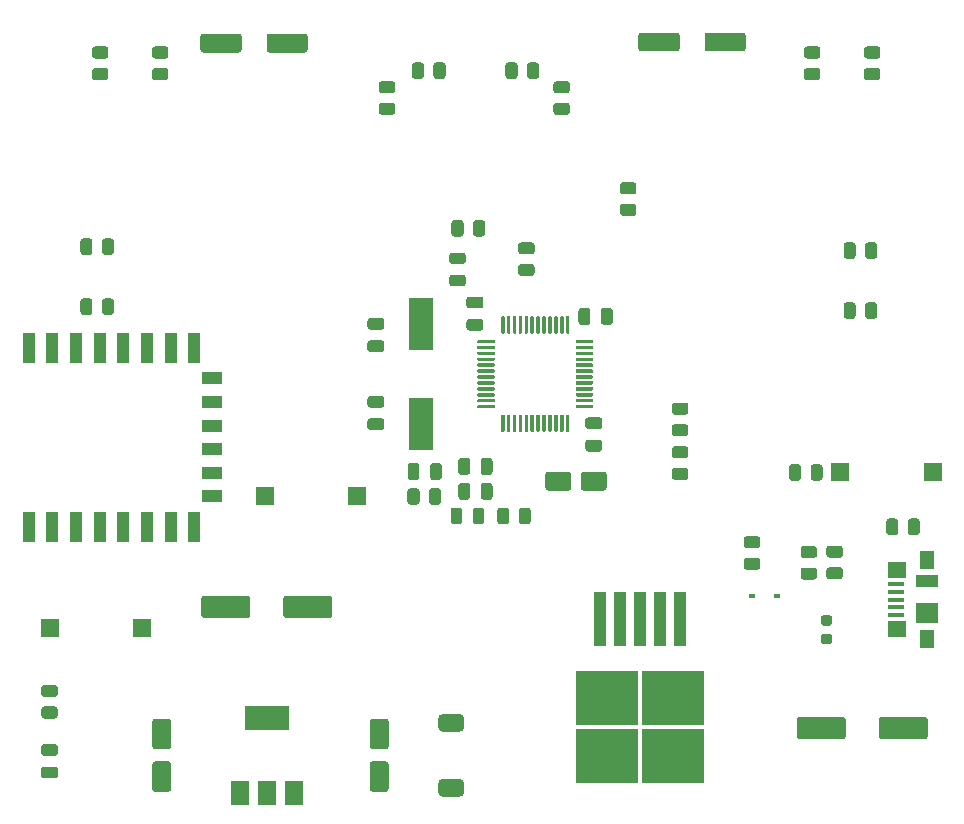
<source format=gbr>
%TF.GenerationSoftware,KiCad,Pcbnew,5.1.9*%
%TF.CreationDate,2021-04-09T15:13:00-03:00*%
%TF.ProjectId,Autito Microcontroladores,41757469-746f-4204-9d69-63726f636f6e,rev?*%
%TF.SameCoordinates,Original*%
%TF.FileFunction,Paste,Top*%
%TF.FilePolarity,Positive*%
%FSLAX46Y46*%
G04 Gerber Fmt 4.6, Leading zero omitted, Abs format (unit mm)*
G04 Created by KiCad (PCBNEW 5.1.9) date 2021-04-09 15:13:00*
%MOMM*%
%LPD*%
G01*
G04 APERTURE LIST*
%ADD10R,0.600000X0.450000*%
%ADD11R,1.380000X0.450000*%
%ADD12R,1.550000X1.425000*%
%ADD13R,1.300000X1.650000*%
%ADD14R,1.900000X1.800000*%
%ADD15R,1.900000X1.000000*%
%ADD16R,1.500000X1.500000*%
%ADD17R,1.000000X2.500000*%
%ADD18R,1.800000X1.000000*%
%ADD19R,1.100000X4.600000*%
%ADD20R,5.250000X4.550000*%
%ADD21R,1.500000X2.000000*%
%ADD22R,3.800000X2.000000*%
%ADD23R,2.000000X4.500000*%
G04 APERTURE END LIST*
%TO.C,C1*%
G36*
G01*
X127276000Y-46798320D02*
X127276000Y-45698320D01*
G75*
G02*
X127526000Y-45448320I250000J0D01*
G01*
X130526000Y-45448320D01*
G75*
G02*
X130776000Y-45698320I0J-250000D01*
G01*
X130776000Y-46798320D01*
G75*
G02*
X130526000Y-47048320I-250000J0D01*
G01*
X127526000Y-47048320D01*
G75*
G02*
X127276000Y-46798320I0J250000D01*
G01*
G37*
G36*
G01*
X132876000Y-46798320D02*
X132876000Y-45698320D01*
G75*
G02*
X133126000Y-45448320I250000J0D01*
G01*
X136126000Y-45448320D01*
G75*
G02*
X136376000Y-45698320I0J-250000D01*
G01*
X136376000Y-46798320D01*
G75*
G02*
X136126000Y-47048320I-250000J0D01*
G01*
X133126000Y-47048320D01*
G75*
G02*
X132876000Y-46798320I0J250000D01*
G01*
G37*
%TD*%
%TO.C,C2*%
G36*
G01*
X169960000Y-46701800D02*
X169960000Y-45601800D01*
G75*
G02*
X170210000Y-45351800I250000J0D01*
G01*
X173210000Y-45351800D01*
G75*
G02*
X173460000Y-45601800I0J-250000D01*
G01*
X173460000Y-46701800D01*
G75*
G02*
X173210000Y-46951800I-250000J0D01*
G01*
X170210000Y-46951800D01*
G75*
G02*
X169960000Y-46701800I0J250000D01*
G01*
G37*
G36*
G01*
X164360000Y-46701800D02*
X164360000Y-45601800D01*
G75*
G02*
X164610000Y-45351800I250000J0D01*
G01*
X167610000Y-45351800D01*
G75*
G02*
X167860000Y-45601800I0J-250000D01*
G01*
X167860000Y-46701800D01*
G75*
G02*
X167610000Y-46951800I-250000J0D01*
G01*
X164610000Y-46951800D01*
G75*
G02*
X164360000Y-46701800I0J250000D01*
G01*
G37*
%TD*%
%TO.C,C3*%
G36*
G01*
X114028200Y-105600800D02*
X114978200Y-105600800D01*
G75*
G02*
X115228200Y-105850800I0J-250000D01*
G01*
X115228200Y-106350800D01*
G75*
G02*
X114978200Y-106600800I-250000J0D01*
G01*
X114028200Y-106600800D01*
G75*
G02*
X113778200Y-106350800I0J250000D01*
G01*
X113778200Y-105850800D01*
G75*
G02*
X114028200Y-105600800I250000J0D01*
G01*
G37*
G36*
G01*
X114028200Y-107500800D02*
X114978200Y-107500800D01*
G75*
G02*
X115228200Y-107750800I0J-250000D01*
G01*
X115228200Y-108250800D01*
G75*
G02*
X114978200Y-108500800I-250000J0D01*
G01*
X114028200Y-108500800D01*
G75*
G02*
X113778200Y-108250800I0J250000D01*
G01*
X113778200Y-107750800D01*
G75*
G02*
X114028200Y-107500800I250000J0D01*
G01*
G37*
%TD*%
%TO.C,C4*%
G36*
G01*
X160103800Y-79832100D02*
X161053800Y-79832100D01*
G75*
G02*
X161303800Y-80082100I0J-250000D01*
G01*
X161303800Y-80582100D01*
G75*
G02*
X161053800Y-80832100I-250000J0D01*
G01*
X160103800Y-80832100D01*
G75*
G02*
X159853800Y-80582100I0J250000D01*
G01*
X159853800Y-80082100D01*
G75*
G02*
X160103800Y-79832100I250000J0D01*
G01*
G37*
G36*
G01*
X160103800Y-77932100D02*
X161053800Y-77932100D01*
G75*
G02*
X161303800Y-78182100I0J-250000D01*
G01*
X161303800Y-78682100D01*
G75*
G02*
X161053800Y-78932100I-250000J0D01*
G01*
X160103800Y-78932100D01*
G75*
G02*
X159853800Y-78682100I0J250000D01*
G01*
X159853800Y-78182100D01*
G75*
G02*
X160103800Y-77932100I250000J0D01*
G01*
G37*
%TD*%
%TO.C,C5*%
G36*
G01*
X152014100Y-81617800D02*
X152014100Y-82567800D01*
G75*
G02*
X151764100Y-82817800I-250000J0D01*
G01*
X151264100Y-82817800D01*
G75*
G02*
X151014100Y-82567800I0J250000D01*
G01*
X151014100Y-81617800D01*
G75*
G02*
X151264100Y-81367800I250000J0D01*
G01*
X151764100Y-81367800D01*
G75*
G02*
X152014100Y-81617800I0J-250000D01*
G01*
G37*
G36*
G01*
X150114100Y-81617800D02*
X150114100Y-82567800D01*
G75*
G02*
X149864100Y-82817800I-250000J0D01*
G01*
X149364100Y-82817800D01*
G75*
G02*
X149114100Y-82567800I0J250000D01*
G01*
X149114100Y-81617800D01*
G75*
G02*
X149364100Y-81367800I250000J0D01*
G01*
X149864100Y-81367800D01*
G75*
G02*
X150114100Y-81617800I0J-250000D01*
G01*
G37*
%TD*%
%TO.C,C6*%
G36*
G01*
X152014100Y-83726000D02*
X152014100Y-84676000D01*
G75*
G02*
X151764100Y-84926000I-250000J0D01*
G01*
X151264100Y-84926000D01*
G75*
G02*
X151014100Y-84676000I0J250000D01*
G01*
X151014100Y-83726000D01*
G75*
G02*
X151264100Y-83476000I250000J0D01*
G01*
X151764100Y-83476000D01*
G75*
G02*
X152014100Y-83726000I0J-250000D01*
G01*
G37*
G36*
G01*
X150114100Y-83726000D02*
X150114100Y-84676000D01*
G75*
G02*
X149864100Y-84926000I-250000J0D01*
G01*
X149364100Y-84926000D01*
G75*
G02*
X149114100Y-84676000I0J250000D01*
G01*
X149114100Y-83726000D01*
G75*
G02*
X149364100Y-83476000I250000J0D01*
G01*
X149864100Y-83476000D01*
G75*
G02*
X150114100Y-83726000I0J-250000D01*
G01*
G37*
%TD*%
%TO.C,C7*%
G36*
G01*
X159288300Y-69867800D02*
X159288300Y-68917800D01*
G75*
G02*
X159538300Y-68667800I250000J0D01*
G01*
X160038300Y-68667800D01*
G75*
G02*
X160288300Y-68917800I0J-250000D01*
G01*
X160288300Y-69867800D01*
G75*
G02*
X160038300Y-70117800I-250000J0D01*
G01*
X159538300Y-70117800D01*
G75*
G02*
X159288300Y-69867800I0J250000D01*
G01*
G37*
G36*
G01*
X161188300Y-69867800D02*
X161188300Y-68917800D01*
G75*
G02*
X161438300Y-68667800I250000J0D01*
G01*
X161938300Y-68667800D01*
G75*
G02*
X162188300Y-68917800I0J-250000D01*
G01*
X162188300Y-69867800D01*
G75*
G02*
X161938300Y-70117800I-250000J0D01*
G01*
X161438300Y-70117800D01*
G75*
G02*
X161188300Y-69867800I0J250000D01*
G01*
G37*
%TD*%
%TO.C,C8*%
G36*
G01*
X150995400Y-68707100D02*
X150045400Y-68707100D01*
G75*
G02*
X149795400Y-68457100I0J250000D01*
G01*
X149795400Y-67957100D01*
G75*
G02*
X150045400Y-67707100I250000J0D01*
G01*
X150995400Y-67707100D01*
G75*
G02*
X151245400Y-67957100I0J-250000D01*
G01*
X151245400Y-68457100D01*
G75*
G02*
X150995400Y-68707100I-250000J0D01*
G01*
G37*
G36*
G01*
X150995400Y-70607100D02*
X150045400Y-70607100D01*
G75*
G02*
X149795400Y-70357100I0J250000D01*
G01*
X149795400Y-69857100D01*
G75*
G02*
X150045400Y-69607100I250000J0D01*
G01*
X150995400Y-69607100D01*
G75*
G02*
X151245400Y-69857100I0J-250000D01*
G01*
X151245400Y-70357100D01*
G75*
G02*
X150995400Y-70607100I-250000J0D01*
G01*
G37*
%TD*%
%TO.C,C9*%
G36*
G01*
X161680200Y-82787400D02*
X161680200Y-83887400D01*
G75*
G02*
X161430200Y-84137400I-250000J0D01*
G01*
X159730200Y-84137400D01*
G75*
G02*
X159480200Y-83887400I0J250000D01*
G01*
X159480200Y-82787400D01*
G75*
G02*
X159730200Y-82537400I250000J0D01*
G01*
X161430200Y-82537400D01*
G75*
G02*
X161680200Y-82787400I0J-250000D01*
G01*
G37*
G36*
G01*
X158680200Y-82787400D02*
X158680200Y-83887400D01*
G75*
G02*
X158430200Y-84137400I-250000J0D01*
G01*
X156730200Y-84137400D01*
G75*
G02*
X156480200Y-83887400I0J250000D01*
G01*
X156480200Y-82787400D01*
G75*
G02*
X156730200Y-82537400I250000J0D01*
G01*
X158430200Y-82537400D01*
G75*
G02*
X158680200Y-82787400I0J-250000D01*
G01*
G37*
%TD*%
%TO.C,C10*%
G36*
G01*
X142613400Y-77119600D02*
X141663400Y-77119600D01*
G75*
G02*
X141413400Y-76869600I0J250000D01*
G01*
X141413400Y-76369600D01*
G75*
G02*
X141663400Y-76119600I250000J0D01*
G01*
X142613400Y-76119600D01*
G75*
G02*
X142863400Y-76369600I0J-250000D01*
G01*
X142863400Y-76869600D01*
G75*
G02*
X142613400Y-77119600I-250000J0D01*
G01*
G37*
G36*
G01*
X142613400Y-79019600D02*
X141663400Y-79019600D01*
G75*
G02*
X141413400Y-78769600I0J250000D01*
G01*
X141413400Y-78269600D01*
G75*
G02*
X141663400Y-78019600I250000J0D01*
G01*
X142613400Y-78019600D01*
G75*
G02*
X142863400Y-78269600I0J-250000D01*
G01*
X142863400Y-78769600D01*
G75*
G02*
X142613400Y-79019600I-250000J0D01*
G01*
G37*
%TD*%
%TO.C,C11*%
G36*
G01*
X141663400Y-69519600D02*
X142613400Y-69519600D01*
G75*
G02*
X142863400Y-69769600I0J-250000D01*
G01*
X142863400Y-70269600D01*
G75*
G02*
X142613400Y-70519600I-250000J0D01*
G01*
X141663400Y-70519600D01*
G75*
G02*
X141413400Y-70269600I0J250000D01*
G01*
X141413400Y-69769600D01*
G75*
G02*
X141663400Y-69519600I250000J0D01*
G01*
G37*
G36*
G01*
X141663400Y-71419600D02*
X142613400Y-71419600D01*
G75*
G02*
X142863400Y-71669600I0J-250000D01*
G01*
X142863400Y-72169600D01*
G75*
G02*
X142613400Y-72419600I-250000J0D01*
G01*
X141663400Y-72419600D01*
G75*
G02*
X141413400Y-72169600I0J250000D01*
G01*
X141413400Y-71669600D01*
G75*
G02*
X141663400Y-71419600I250000J0D01*
G01*
G37*
%TD*%
%TO.C,C12*%
G36*
G01*
X146718400Y-82999600D02*
X146718400Y-82049600D01*
G75*
G02*
X146968400Y-81799600I250000J0D01*
G01*
X147468400Y-81799600D01*
G75*
G02*
X147718400Y-82049600I0J-250000D01*
G01*
X147718400Y-82999600D01*
G75*
G02*
X147468400Y-83249600I-250000J0D01*
G01*
X146968400Y-83249600D01*
G75*
G02*
X146718400Y-82999600I0J250000D01*
G01*
G37*
G36*
G01*
X144818400Y-82999600D02*
X144818400Y-82049600D01*
G75*
G02*
X145068400Y-81799600I250000J0D01*
G01*
X145568400Y-81799600D01*
G75*
G02*
X145818400Y-82049600I0J-250000D01*
G01*
X145818400Y-82999600D01*
G75*
G02*
X145568400Y-83249600I-250000J0D01*
G01*
X145068400Y-83249600D01*
G75*
G02*
X144818400Y-82999600I0J250000D01*
G01*
G37*
%TD*%
%TO.C,C13*%
G36*
G01*
X177757600Y-104941600D02*
X177757600Y-103541600D01*
G75*
G02*
X178007600Y-103291600I250000J0D01*
G01*
X181657600Y-103291600D01*
G75*
G02*
X181907600Y-103541600I0J-250000D01*
G01*
X181907600Y-104941600D01*
G75*
G02*
X181657600Y-105191600I-250000J0D01*
G01*
X178007600Y-105191600D01*
G75*
G02*
X177757600Y-104941600I0J250000D01*
G01*
G37*
G36*
G01*
X184707600Y-104941600D02*
X184707600Y-103541600D01*
G75*
G02*
X184957600Y-103291600I250000J0D01*
G01*
X188607600Y-103291600D01*
G75*
G02*
X188857600Y-103541600I0J-250000D01*
G01*
X188857600Y-104941600D01*
G75*
G02*
X188607600Y-105191600I-250000J0D01*
G01*
X184957600Y-105191600D01*
G75*
G02*
X184707600Y-104941600I0J250000D01*
G01*
G37*
%TD*%
%TO.C,C14*%
G36*
G01*
X131492800Y-93280000D02*
X131492800Y-94680000D01*
G75*
G02*
X131242800Y-94930000I-250000J0D01*
G01*
X127592800Y-94930000D01*
G75*
G02*
X127342800Y-94680000I0J250000D01*
G01*
X127342800Y-93280000D01*
G75*
G02*
X127592800Y-93030000I250000J0D01*
G01*
X131242800Y-93030000D01*
G75*
G02*
X131492800Y-93280000I0J-250000D01*
G01*
G37*
G36*
G01*
X138442800Y-93280000D02*
X138442800Y-94680000D01*
G75*
G02*
X138192800Y-94930000I-250000J0D01*
G01*
X134542800Y-94930000D01*
G75*
G02*
X134292800Y-94680000I0J250000D01*
G01*
X134292800Y-93280000D01*
G75*
G02*
X134542800Y-93030000I250000J0D01*
G01*
X138192800Y-93030000D01*
G75*
G02*
X138442800Y-93280000I0J-250000D01*
G01*
G37*
%TD*%
%TO.C,C15*%
G36*
G01*
X141867800Y-103453000D02*
X142967800Y-103453000D01*
G75*
G02*
X143217800Y-103703000I0J-250000D01*
G01*
X143217800Y-105803000D01*
G75*
G02*
X142967800Y-106053000I-250000J0D01*
G01*
X141867800Y-106053000D01*
G75*
G02*
X141617800Y-105803000I0J250000D01*
G01*
X141617800Y-103703000D01*
G75*
G02*
X141867800Y-103453000I250000J0D01*
G01*
G37*
G36*
G01*
X141867800Y-107053000D02*
X142967800Y-107053000D01*
G75*
G02*
X143217800Y-107303000I0J-250000D01*
G01*
X143217800Y-109403000D01*
G75*
G02*
X142967800Y-109653000I-250000J0D01*
G01*
X141867800Y-109653000D01*
G75*
G02*
X141617800Y-109403000I0J250000D01*
G01*
X141617800Y-107303000D01*
G75*
G02*
X141867800Y-107053000I250000J0D01*
G01*
G37*
%TD*%
%TO.C,C16*%
G36*
G01*
X123452800Y-107053000D02*
X124552800Y-107053000D01*
G75*
G02*
X124802800Y-107303000I0J-250000D01*
G01*
X124802800Y-109403000D01*
G75*
G02*
X124552800Y-109653000I-250000J0D01*
G01*
X123452800Y-109653000D01*
G75*
G02*
X123202800Y-109403000I0J250000D01*
G01*
X123202800Y-107303000D01*
G75*
G02*
X123452800Y-107053000I250000J0D01*
G01*
G37*
G36*
G01*
X123452800Y-103453000D02*
X124552800Y-103453000D01*
G75*
G02*
X124802800Y-103703000I0J-250000D01*
G01*
X124802800Y-105803000D01*
G75*
G02*
X124552800Y-106053000I-250000J0D01*
G01*
X123452800Y-106053000D01*
G75*
G02*
X123202800Y-105803000I0J250000D01*
G01*
X123202800Y-103703000D01*
G75*
G02*
X123452800Y-103453000I250000J0D01*
G01*
G37*
%TD*%
D10*
%TO.C,D1*%
X173981400Y-93040200D03*
X176081400Y-93040200D03*
%TD*%
%TO.C,D2*%
G36*
G01*
X149433100Y-85827550D02*
X149433100Y-86740050D01*
G75*
G02*
X149189350Y-86983800I-243750J0D01*
G01*
X148701850Y-86983800D01*
G75*
G02*
X148458100Y-86740050I0J243750D01*
G01*
X148458100Y-85827550D01*
G75*
G02*
X148701850Y-85583800I243750J0D01*
G01*
X149189350Y-85583800D01*
G75*
G02*
X149433100Y-85827550I0J-243750D01*
G01*
G37*
G36*
G01*
X151308100Y-85827550D02*
X151308100Y-86740050D01*
G75*
G02*
X151064350Y-86983800I-243750J0D01*
G01*
X150576850Y-86983800D01*
G75*
G02*
X150333100Y-86740050I0J243750D01*
G01*
X150333100Y-85827550D01*
G75*
G02*
X150576850Y-85583800I243750J0D01*
G01*
X151064350Y-85583800D01*
G75*
G02*
X151308100Y-85827550I0J-243750D01*
G01*
G37*
%TD*%
%TO.C,D3*%
G36*
G01*
X148590950Y-63982300D02*
X149503450Y-63982300D01*
G75*
G02*
X149747200Y-64226050I0J-243750D01*
G01*
X149747200Y-64713550D01*
G75*
G02*
X149503450Y-64957300I-243750J0D01*
G01*
X148590950Y-64957300D01*
G75*
G02*
X148347200Y-64713550I0J243750D01*
G01*
X148347200Y-64226050D01*
G75*
G02*
X148590950Y-63982300I243750J0D01*
G01*
G37*
G36*
G01*
X148590950Y-65857300D02*
X149503450Y-65857300D01*
G75*
G02*
X149747200Y-66101050I0J-243750D01*
G01*
X149747200Y-66588550D01*
G75*
G02*
X149503450Y-66832300I-243750J0D01*
G01*
X148590950Y-66832300D01*
G75*
G02*
X148347200Y-66588550I0J243750D01*
G01*
X148347200Y-66101050D01*
G75*
G02*
X148590950Y-65857300I243750J0D01*
G01*
G37*
%TD*%
%TO.C,F1*%
G36*
G01*
X180032950Y-94685400D02*
X180545450Y-94685400D01*
G75*
G02*
X180764200Y-94904150I0J-218750D01*
G01*
X180764200Y-95341650D01*
G75*
G02*
X180545450Y-95560400I-218750J0D01*
G01*
X180032950Y-95560400D01*
G75*
G02*
X179814200Y-95341650I0J218750D01*
G01*
X179814200Y-94904150D01*
G75*
G02*
X180032950Y-94685400I218750J0D01*
G01*
G37*
G36*
G01*
X180032950Y-96260400D02*
X180545450Y-96260400D01*
G75*
G02*
X180764200Y-96479150I0J-218750D01*
G01*
X180764200Y-96916650D01*
G75*
G02*
X180545450Y-97135400I-218750J0D01*
G01*
X180032950Y-97135400D01*
G75*
G02*
X179814200Y-96916650I0J218750D01*
G01*
X179814200Y-96479150D01*
G75*
G02*
X180032950Y-96260400I218750J0D01*
G01*
G37*
%TD*%
D11*
%TO.C,J10*%
X186159640Y-94660240D03*
X186159640Y-94010240D03*
X186159640Y-93360240D03*
X186159640Y-92710240D03*
X186159640Y-92060240D03*
D12*
X186244640Y-95847740D03*
X186244640Y-90872740D03*
D13*
X188819640Y-96735240D03*
X188819640Y-89985240D03*
D14*
X188819640Y-94510240D03*
D15*
X188819640Y-91810240D03*
%TD*%
%TO.C,L1*%
G36*
G01*
X147788800Y-108553000D02*
X149238800Y-108553000D01*
G75*
G02*
X149613800Y-108928000I0J-375000D01*
G01*
X149613800Y-109678000D01*
G75*
G02*
X149238800Y-110053000I-375000J0D01*
G01*
X147788800Y-110053000D01*
G75*
G02*
X147413800Y-109678000I0J375000D01*
G01*
X147413800Y-108928000D01*
G75*
G02*
X147788800Y-108553000I375000J0D01*
G01*
G37*
G36*
G01*
X147788800Y-103053000D02*
X149238800Y-103053000D01*
G75*
G02*
X149613800Y-103428000I0J-375000D01*
G01*
X149613800Y-104178000D01*
G75*
G02*
X149238800Y-104553000I-375000J0D01*
G01*
X147788800Y-104553000D01*
G75*
G02*
X147413800Y-104178000I0J375000D01*
G01*
X147413800Y-103428000D01*
G75*
G02*
X147788800Y-103053000I375000J0D01*
G01*
G37*
%TD*%
%TO.C,R13*%
G36*
G01*
X114953201Y-103433300D02*
X114053199Y-103433300D01*
G75*
G02*
X113803200Y-103183301I0J249999D01*
G01*
X113803200Y-102658299D01*
G75*
G02*
X114053199Y-102408300I249999J0D01*
G01*
X114953201Y-102408300D01*
G75*
G02*
X115203200Y-102658299I0J-249999D01*
G01*
X115203200Y-103183301D01*
G75*
G02*
X114953201Y-103433300I-249999J0D01*
G01*
G37*
G36*
G01*
X114953201Y-101608300D02*
X114053199Y-101608300D01*
G75*
G02*
X113803200Y-101358301I0J249999D01*
G01*
X113803200Y-100833299D01*
G75*
G02*
X114053199Y-100583300I249999J0D01*
G01*
X114953201Y-100583300D01*
G75*
G02*
X115203200Y-100833299I0J-249999D01*
G01*
X115203200Y-101358301D01*
G75*
G02*
X114953201Y-101608300I-249999J0D01*
G01*
G37*
%TD*%
%TO.C,R14*%
G36*
G01*
X187168100Y-87648201D02*
X187168100Y-86748199D01*
G75*
G02*
X187418099Y-86498200I249999J0D01*
G01*
X187943101Y-86498200D01*
G75*
G02*
X188193100Y-86748199I0J-249999D01*
G01*
X188193100Y-87648201D01*
G75*
G02*
X187943101Y-87898200I-249999J0D01*
G01*
X187418099Y-87898200D01*
G75*
G02*
X187168100Y-87648201I0J249999D01*
G01*
G37*
G36*
G01*
X185343100Y-87648201D02*
X185343100Y-86748199D01*
G75*
G02*
X185593099Y-86498200I249999J0D01*
G01*
X186118101Y-86498200D01*
G75*
G02*
X186368100Y-86748199I0J-249999D01*
G01*
X186368100Y-87648201D01*
G75*
G02*
X186118101Y-87898200I-249999J0D01*
G01*
X185593099Y-87898200D01*
G75*
G02*
X185343100Y-87648201I0J249999D01*
G01*
G37*
%TD*%
%TO.C,R15*%
G36*
G01*
X180521199Y-88797700D02*
X181421201Y-88797700D01*
G75*
G02*
X181671200Y-89047699I0J-249999D01*
G01*
X181671200Y-89572701D01*
G75*
G02*
X181421201Y-89822700I-249999J0D01*
G01*
X180521199Y-89822700D01*
G75*
G02*
X180271200Y-89572701I0J249999D01*
G01*
X180271200Y-89047699D01*
G75*
G02*
X180521199Y-88797700I249999J0D01*
G01*
G37*
G36*
G01*
X180521199Y-90622700D02*
X181421201Y-90622700D01*
G75*
G02*
X181671200Y-90872699I0J-249999D01*
G01*
X181671200Y-91397701D01*
G75*
G02*
X181421201Y-91647700I-249999J0D01*
G01*
X180521199Y-91647700D01*
G75*
G02*
X180271200Y-91397701I0J249999D01*
G01*
X180271200Y-90872699D01*
G75*
G02*
X180521199Y-90622700I249999J0D01*
G01*
G37*
%TD*%
%TO.C,R16*%
G36*
G01*
X178340599Y-88823100D02*
X179240601Y-88823100D01*
G75*
G02*
X179490600Y-89073099I0J-249999D01*
G01*
X179490600Y-89598101D01*
G75*
G02*
X179240601Y-89848100I-249999J0D01*
G01*
X178340599Y-89848100D01*
G75*
G02*
X178090600Y-89598101I0J249999D01*
G01*
X178090600Y-89073099D01*
G75*
G02*
X178340599Y-88823100I249999J0D01*
G01*
G37*
G36*
G01*
X178340599Y-90648100D02*
X179240601Y-90648100D01*
G75*
G02*
X179490600Y-90898099I0J-249999D01*
G01*
X179490600Y-91423101D01*
G75*
G02*
X179240601Y-91673100I-249999J0D01*
G01*
X178340599Y-91673100D01*
G75*
G02*
X178090600Y-91423101I0J249999D01*
G01*
X178090600Y-90898099D01*
G75*
G02*
X178340599Y-90648100I249999J0D01*
G01*
G37*
%TD*%
%TO.C,R17*%
G36*
G01*
X173531399Y-89809900D02*
X174431401Y-89809900D01*
G75*
G02*
X174681400Y-90059899I0J-249999D01*
G01*
X174681400Y-90584901D01*
G75*
G02*
X174431401Y-90834900I-249999J0D01*
G01*
X173531399Y-90834900D01*
G75*
G02*
X173281400Y-90584901I0J249999D01*
G01*
X173281400Y-90059899D01*
G75*
G02*
X173531399Y-89809900I249999J0D01*
G01*
G37*
G36*
G01*
X173531399Y-87984900D02*
X174431401Y-87984900D01*
G75*
G02*
X174681400Y-88234899I0J-249999D01*
G01*
X174681400Y-88759901D01*
G75*
G02*
X174431401Y-89009900I-249999J0D01*
G01*
X173531399Y-89009900D01*
G75*
G02*
X173281400Y-88759901I0J249999D01*
G01*
X173281400Y-88234899D01*
G75*
G02*
X173531399Y-87984900I249999J0D01*
G01*
G37*
%TD*%
%TO.C,R18*%
G36*
G01*
X168340401Y-83236500D02*
X167440399Y-83236500D01*
G75*
G02*
X167190400Y-82986501I0J249999D01*
G01*
X167190400Y-82461499D01*
G75*
G02*
X167440399Y-82211500I249999J0D01*
G01*
X168340401Y-82211500D01*
G75*
G02*
X168590400Y-82461499I0J-249999D01*
G01*
X168590400Y-82986501D01*
G75*
G02*
X168340401Y-83236500I-249999J0D01*
G01*
G37*
G36*
G01*
X168340401Y-81411500D02*
X167440399Y-81411500D01*
G75*
G02*
X167190400Y-81161501I0J249999D01*
G01*
X167190400Y-80636499D01*
G75*
G02*
X167440399Y-80386500I249999J0D01*
G01*
X168340401Y-80386500D01*
G75*
G02*
X168590400Y-80636499I0J-249999D01*
G01*
X168590400Y-81161501D01*
G75*
G02*
X168340401Y-81411500I-249999J0D01*
G01*
G37*
%TD*%
%TO.C,R19*%
G36*
G01*
X168340401Y-77706900D02*
X167440399Y-77706900D01*
G75*
G02*
X167190400Y-77456901I0J249999D01*
G01*
X167190400Y-76931899D01*
G75*
G02*
X167440399Y-76681900I249999J0D01*
G01*
X168340401Y-76681900D01*
G75*
G02*
X168590400Y-76931899I0J-249999D01*
G01*
X168590400Y-77456901D01*
G75*
G02*
X168340401Y-77706900I-249999J0D01*
G01*
G37*
G36*
G01*
X168340401Y-79531900D02*
X167440399Y-79531900D01*
G75*
G02*
X167190400Y-79281901I0J249999D01*
G01*
X167190400Y-78756899D01*
G75*
G02*
X167440399Y-78506900I249999J0D01*
G01*
X168340401Y-78506900D01*
G75*
G02*
X168590400Y-78756899I0J-249999D01*
G01*
X168590400Y-79281901D01*
G75*
G02*
X168340401Y-79531900I-249999J0D01*
G01*
G37*
%TD*%
%TO.C,R20*%
G36*
G01*
X177113500Y-83050801D02*
X177113500Y-82150799D01*
G75*
G02*
X177363499Y-81900800I249999J0D01*
G01*
X177888501Y-81900800D01*
G75*
G02*
X178138500Y-82150799I0J-249999D01*
G01*
X178138500Y-83050801D01*
G75*
G02*
X177888501Y-83300800I-249999J0D01*
G01*
X177363499Y-83300800D01*
G75*
G02*
X177113500Y-83050801I0J249999D01*
G01*
G37*
G36*
G01*
X178938500Y-83050801D02*
X178938500Y-82150799D01*
G75*
G02*
X179188499Y-81900800I249999J0D01*
G01*
X179713501Y-81900800D01*
G75*
G02*
X179963500Y-82150799I0J-249999D01*
G01*
X179963500Y-83050801D01*
G75*
G02*
X179713501Y-83300800I-249999J0D01*
G01*
X179188499Y-83300800D01*
G75*
G02*
X178938500Y-83050801I0J249999D01*
G01*
G37*
%TD*%
%TO.C,R21*%
G36*
G01*
X163049799Y-59859500D02*
X163949801Y-59859500D01*
G75*
G02*
X164199800Y-60109499I0J-249999D01*
G01*
X164199800Y-60634501D01*
G75*
G02*
X163949801Y-60884500I-249999J0D01*
G01*
X163049799Y-60884500D01*
G75*
G02*
X162799800Y-60634501I0J249999D01*
G01*
X162799800Y-60109499D01*
G75*
G02*
X163049799Y-59859500I249999J0D01*
G01*
G37*
G36*
G01*
X163049799Y-58034500D02*
X163949801Y-58034500D01*
G75*
G02*
X164199800Y-58284499I0J-249999D01*
G01*
X164199800Y-58809501D01*
G75*
G02*
X163949801Y-59059500I-249999J0D01*
G01*
X163049799Y-59059500D01*
G75*
G02*
X162799800Y-58809501I0J249999D01*
G01*
X162799800Y-58284499D01*
G75*
G02*
X163049799Y-58034500I249999J0D01*
G01*
G37*
%TD*%
%TO.C,R22*%
G36*
G01*
X145830900Y-84182799D02*
X145830900Y-85082801D01*
G75*
G02*
X145580901Y-85332800I-249999J0D01*
G01*
X145055899Y-85332800D01*
G75*
G02*
X144805900Y-85082801I0J249999D01*
G01*
X144805900Y-84182799D01*
G75*
G02*
X145055899Y-83932800I249999J0D01*
G01*
X145580901Y-83932800D01*
G75*
G02*
X145830900Y-84182799I0J-249999D01*
G01*
G37*
G36*
G01*
X147655900Y-84182799D02*
X147655900Y-85082801D01*
G75*
G02*
X147405901Y-85332800I-249999J0D01*
G01*
X146880899Y-85332800D01*
G75*
G02*
X146630900Y-85082801I0J249999D01*
G01*
X146630900Y-84182799D01*
G75*
G02*
X146880899Y-83932800I249999J0D01*
G01*
X147405901Y-83932800D01*
G75*
G02*
X147655900Y-84182799I0J-249999D01*
G01*
G37*
%TD*%
%TO.C,R23*%
G36*
G01*
X154224300Y-86733801D02*
X154224300Y-85833799D01*
G75*
G02*
X154474299Y-85583800I249999J0D01*
G01*
X154999301Y-85583800D01*
G75*
G02*
X155249300Y-85833799I0J-249999D01*
G01*
X155249300Y-86733801D01*
G75*
G02*
X154999301Y-86983800I-249999J0D01*
G01*
X154474299Y-86983800D01*
G75*
G02*
X154224300Y-86733801I0J249999D01*
G01*
G37*
G36*
G01*
X152399300Y-86733801D02*
X152399300Y-85833799D01*
G75*
G02*
X152649299Y-85583800I249999J0D01*
G01*
X153174301Y-85583800D01*
G75*
G02*
X153424300Y-85833799I0J-249999D01*
G01*
X153424300Y-86733801D01*
G75*
G02*
X153174301Y-86983800I-249999J0D01*
G01*
X152649299Y-86983800D01*
G75*
G02*
X152399300Y-86733801I0J249999D01*
G01*
G37*
%TD*%
%TO.C,R24*%
G36*
G01*
X155325801Y-65964500D02*
X154425799Y-65964500D01*
G75*
G02*
X154175800Y-65714501I0J249999D01*
G01*
X154175800Y-65189499D01*
G75*
G02*
X154425799Y-64939500I249999J0D01*
G01*
X155325801Y-64939500D01*
G75*
G02*
X155575800Y-65189499I0J-249999D01*
G01*
X155575800Y-65714501D01*
G75*
G02*
X155325801Y-65964500I-249999J0D01*
G01*
G37*
G36*
G01*
X155325801Y-64139500D02*
X154425799Y-64139500D01*
G75*
G02*
X154175800Y-63889501I0J249999D01*
G01*
X154175800Y-63364499D01*
G75*
G02*
X154425799Y-63114500I249999J0D01*
G01*
X155325801Y-63114500D01*
G75*
G02*
X155575800Y-63364499I0J-249999D01*
G01*
X155575800Y-63889501D01*
G75*
G02*
X155325801Y-64139500I-249999J0D01*
G01*
G37*
%TD*%
%TO.C,R25*%
G36*
G01*
X148534700Y-62375201D02*
X148534700Y-61475199D01*
G75*
G02*
X148784699Y-61225200I249999J0D01*
G01*
X149309701Y-61225200D01*
G75*
G02*
X149559700Y-61475199I0J-249999D01*
G01*
X149559700Y-62375201D01*
G75*
G02*
X149309701Y-62625200I-249999J0D01*
G01*
X148784699Y-62625200D01*
G75*
G02*
X148534700Y-62375201I0J249999D01*
G01*
G37*
G36*
G01*
X150359700Y-62375201D02*
X150359700Y-61475199D01*
G75*
G02*
X150609699Y-61225200I249999J0D01*
G01*
X151134701Y-61225200D01*
G75*
G02*
X151384700Y-61475199I0J-249999D01*
G01*
X151384700Y-62375201D01*
G75*
G02*
X151134701Y-62625200I-249999J0D01*
G01*
X150609699Y-62625200D01*
G75*
G02*
X150359700Y-62375201I0J249999D01*
G01*
G37*
%TD*%
D16*
%TO.C,SW1*%
X114503200Y-95758000D03*
X122303200Y-95758000D03*
%TD*%
%TO.C,SW2*%
X189269200Y-82600800D03*
X181469200Y-82600800D03*
%TD*%
%TO.C,SW3*%
X132777400Y-84632800D03*
X140577400Y-84632800D03*
%TD*%
D17*
%TO.C,U3*%
X112755800Y-87229000D03*
X114755800Y-87229000D03*
X116755800Y-87229000D03*
X118755800Y-87229000D03*
X120755800Y-87229000D03*
X122755800Y-87229000D03*
X124755800Y-87229000D03*
X126755800Y-87229000D03*
D18*
X128255800Y-84629000D03*
X128255800Y-82629000D03*
X128255800Y-80629000D03*
X128255800Y-78629000D03*
X128255800Y-76629000D03*
X128255800Y-74629000D03*
D17*
X126755800Y-72029000D03*
X124755800Y-72029000D03*
X122755800Y-72029000D03*
X120755800Y-72029000D03*
X118755800Y-72029000D03*
X116755800Y-72029000D03*
X114755800Y-72029000D03*
X112755800Y-72029000D03*
%TD*%
%TO.C,U4*%
G36*
G01*
X150725800Y-71594600D02*
X150725800Y-71444600D01*
G75*
G02*
X150800800Y-71369600I75000J0D01*
G01*
X152125800Y-71369600D01*
G75*
G02*
X152200800Y-71444600I0J-75000D01*
G01*
X152200800Y-71594600D01*
G75*
G02*
X152125800Y-71669600I-75000J0D01*
G01*
X150800800Y-71669600D01*
G75*
G02*
X150725800Y-71594600I0J75000D01*
G01*
G37*
G36*
G01*
X150725800Y-72094600D02*
X150725800Y-71944600D01*
G75*
G02*
X150800800Y-71869600I75000J0D01*
G01*
X152125800Y-71869600D01*
G75*
G02*
X152200800Y-71944600I0J-75000D01*
G01*
X152200800Y-72094600D01*
G75*
G02*
X152125800Y-72169600I-75000J0D01*
G01*
X150800800Y-72169600D01*
G75*
G02*
X150725800Y-72094600I0J75000D01*
G01*
G37*
G36*
G01*
X150725800Y-72594600D02*
X150725800Y-72444600D01*
G75*
G02*
X150800800Y-72369600I75000J0D01*
G01*
X152125800Y-72369600D01*
G75*
G02*
X152200800Y-72444600I0J-75000D01*
G01*
X152200800Y-72594600D01*
G75*
G02*
X152125800Y-72669600I-75000J0D01*
G01*
X150800800Y-72669600D01*
G75*
G02*
X150725800Y-72594600I0J75000D01*
G01*
G37*
G36*
G01*
X150725800Y-73094600D02*
X150725800Y-72944600D01*
G75*
G02*
X150800800Y-72869600I75000J0D01*
G01*
X152125800Y-72869600D01*
G75*
G02*
X152200800Y-72944600I0J-75000D01*
G01*
X152200800Y-73094600D01*
G75*
G02*
X152125800Y-73169600I-75000J0D01*
G01*
X150800800Y-73169600D01*
G75*
G02*
X150725800Y-73094600I0J75000D01*
G01*
G37*
G36*
G01*
X150725800Y-73594600D02*
X150725800Y-73444600D01*
G75*
G02*
X150800800Y-73369600I75000J0D01*
G01*
X152125800Y-73369600D01*
G75*
G02*
X152200800Y-73444600I0J-75000D01*
G01*
X152200800Y-73594600D01*
G75*
G02*
X152125800Y-73669600I-75000J0D01*
G01*
X150800800Y-73669600D01*
G75*
G02*
X150725800Y-73594600I0J75000D01*
G01*
G37*
G36*
G01*
X150725800Y-74094600D02*
X150725800Y-73944600D01*
G75*
G02*
X150800800Y-73869600I75000J0D01*
G01*
X152125800Y-73869600D01*
G75*
G02*
X152200800Y-73944600I0J-75000D01*
G01*
X152200800Y-74094600D01*
G75*
G02*
X152125800Y-74169600I-75000J0D01*
G01*
X150800800Y-74169600D01*
G75*
G02*
X150725800Y-74094600I0J75000D01*
G01*
G37*
G36*
G01*
X150725800Y-74594600D02*
X150725800Y-74444600D01*
G75*
G02*
X150800800Y-74369600I75000J0D01*
G01*
X152125800Y-74369600D01*
G75*
G02*
X152200800Y-74444600I0J-75000D01*
G01*
X152200800Y-74594600D01*
G75*
G02*
X152125800Y-74669600I-75000J0D01*
G01*
X150800800Y-74669600D01*
G75*
G02*
X150725800Y-74594600I0J75000D01*
G01*
G37*
G36*
G01*
X150725800Y-75094600D02*
X150725800Y-74944600D01*
G75*
G02*
X150800800Y-74869600I75000J0D01*
G01*
X152125800Y-74869600D01*
G75*
G02*
X152200800Y-74944600I0J-75000D01*
G01*
X152200800Y-75094600D01*
G75*
G02*
X152125800Y-75169600I-75000J0D01*
G01*
X150800800Y-75169600D01*
G75*
G02*
X150725800Y-75094600I0J75000D01*
G01*
G37*
G36*
G01*
X150725800Y-75594600D02*
X150725800Y-75444600D01*
G75*
G02*
X150800800Y-75369600I75000J0D01*
G01*
X152125800Y-75369600D01*
G75*
G02*
X152200800Y-75444600I0J-75000D01*
G01*
X152200800Y-75594600D01*
G75*
G02*
X152125800Y-75669600I-75000J0D01*
G01*
X150800800Y-75669600D01*
G75*
G02*
X150725800Y-75594600I0J75000D01*
G01*
G37*
G36*
G01*
X150725800Y-76094600D02*
X150725800Y-75944600D01*
G75*
G02*
X150800800Y-75869600I75000J0D01*
G01*
X152125800Y-75869600D01*
G75*
G02*
X152200800Y-75944600I0J-75000D01*
G01*
X152200800Y-76094600D01*
G75*
G02*
X152125800Y-76169600I-75000J0D01*
G01*
X150800800Y-76169600D01*
G75*
G02*
X150725800Y-76094600I0J75000D01*
G01*
G37*
G36*
G01*
X150725800Y-76594600D02*
X150725800Y-76444600D01*
G75*
G02*
X150800800Y-76369600I75000J0D01*
G01*
X152125800Y-76369600D01*
G75*
G02*
X152200800Y-76444600I0J-75000D01*
G01*
X152200800Y-76594600D01*
G75*
G02*
X152125800Y-76669600I-75000J0D01*
G01*
X150800800Y-76669600D01*
G75*
G02*
X150725800Y-76594600I0J75000D01*
G01*
G37*
G36*
G01*
X150725800Y-77094600D02*
X150725800Y-76944600D01*
G75*
G02*
X150800800Y-76869600I75000J0D01*
G01*
X152125800Y-76869600D01*
G75*
G02*
X152200800Y-76944600I0J-75000D01*
G01*
X152200800Y-77094600D01*
G75*
G02*
X152125800Y-77169600I-75000J0D01*
G01*
X150800800Y-77169600D01*
G75*
G02*
X150725800Y-77094600I0J75000D01*
G01*
G37*
G36*
G01*
X152725800Y-79094600D02*
X152725800Y-77769600D01*
G75*
G02*
X152800800Y-77694600I75000J0D01*
G01*
X152950800Y-77694600D01*
G75*
G02*
X153025800Y-77769600I0J-75000D01*
G01*
X153025800Y-79094600D01*
G75*
G02*
X152950800Y-79169600I-75000J0D01*
G01*
X152800800Y-79169600D01*
G75*
G02*
X152725800Y-79094600I0J75000D01*
G01*
G37*
G36*
G01*
X153225800Y-79094600D02*
X153225800Y-77769600D01*
G75*
G02*
X153300800Y-77694600I75000J0D01*
G01*
X153450800Y-77694600D01*
G75*
G02*
X153525800Y-77769600I0J-75000D01*
G01*
X153525800Y-79094600D01*
G75*
G02*
X153450800Y-79169600I-75000J0D01*
G01*
X153300800Y-79169600D01*
G75*
G02*
X153225800Y-79094600I0J75000D01*
G01*
G37*
G36*
G01*
X153725800Y-79094600D02*
X153725800Y-77769600D01*
G75*
G02*
X153800800Y-77694600I75000J0D01*
G01*
X153950800Y-77694600D01*
G75*
G02*
X154025800Y-77769600I0J-75000D01*
G01*
X154025800Y-79094600D01*
G75*
G02*
X153950800Y-79169600I-75000J0D01*
G01*
X153800800Y-79169600D01*
G75*
G02*
X153725800Y-79094600I0J75000D01*
G01*
G37*
G36*
G01*
X154225800Y-79094600D02*
X154225800Y-77769600D01*
G75*
G02*
X154300800Y-77694600I75000J0D01*
G01*
X154450800Y-77694600D01*
G75*
G02*
X154525800Y-77769600I0J-75000D01*
G01*
X154525800Y-79094600D01*
G75*
G02*
X154450800Y-79169600I-75000J0D01*
G01*
X154300800Y-79169600D01*
G75*
G02*
X154225800Y-79094600I0J75000D01*
G01*
G37*
G36*
G01*
X154725800Y-79094600D02*
X154725800Y-77769600D01*
G75*
G02*
X154800800Y-77694600I75000J0D01*
G01*
X154950800Y-77694600D01*
G75*
G02*
X155025800Y-77769600I0J-75000D01*
G01*
X155025800Y-79094600D01*
G75*
G02*
X154950800Y-79169600I-75000J0D01*
G01*
X154800800Y-79169600D01*
G75*
G02*
X154725800Y-79094600I0J75000D01*
G01*
G37*
G36*
G01*
X155225800Y-79094600D02*
X155225800Y-77769600D01*
G75*
G02*
X155300800Y-77694600I75000J0D01*
G01*
X155450800Y-77694600D01*
G75*
G02*
X155525800Y-77769600I0J-75000D01*
G01*
X155525800Y-79094600D01*
G75*
G02*
X155450800Y-79169600I-75000J0D01*
G01*
X155300800Y-79169600D01*
G75*
G02*
X155225800Y-79094600I0J75000D01*
G01*
G37*
G36*
G01*
X155725800Y-79094600D02*
X155725800Y-77769600D01*
G75*
G02*
X155800800Y-77694600I75000J0D01*
G01*
X155950800Y-77694600D01*
G75*
G02*
X156025800Y-77769600I0J-75000D01*
G01*
X156025800Y-79094600D01*
G75*
G02*
X155950800Y-79169600I-75000J0D01*
G01*
X155800800Y-79169600D01*
G75*
G02*
X155725800Y-79094600I0J75000D01*
G01*
G37*
G36*
G01*
X156225800Y-79094600D02*
X156225800Y-77769600D01*
G75*
G02*
X156300800Y-77694600I75000J0D01*
G01*
X156450800Y-77694600D01*
G75*
G02*
X156525800Y-77769600I0J-75000D01*
G01*
X156525800Y-79094600D01*
G75*
G02*
X156450800Y-79169600I-75000J0D01*
G01*
X156300800Y-79169600D01*
G75*
G02*
X156225800Y-79094600I0J75000D01*
G01*
G37*
G36*
G01*
X156725800Y-79094600D02*
X156725800Y-77769600D01*
G75*
G02*
X156800800Y-77694600I75000J0D01*
G01*
X156950800Y-77694600D01*
G75*
G02*
X157025800Y-77769600I0J-75000D01*
G01*
X157025800Y-79094600D01*
G75*
G02*
X156950800Y-79169600I-75000J0D01*
G01*
X156800800Y-79169600D01*
G75*
G02*
X156725800Y-79094600I0J75000D01*
G01*
G37*
G36*
G01*
X157225800Y-79094600D02*
X157225800Y-77769600D01*
G75*
G02*
X157300800Y-77694600I75000J0D01*
G01*
X157450800Y-77694600D01*
G75*
G02*
X157525800Y-77769600I0J-75000D01*
G01*
X157525800Y-79094600D01*
G75*
G02*
X157450800Y-79169600I-75000J0D01*
G01*
X157300800Y-79169600D01*
G75*
G02*
X157225800Y-79094600I0J75000D01*
G01*
G37*
G36*
G01*
X157725800Y-79094600D02*
X157725800Y-77769600D01*
G75*
G02*
X157800800Y-77694600I75000J0D01*
G01*
X157950800Y-77694600D01*
G75*
G02*
X158025800Y-77769600I0J-75000D01*
G01*
X158025800Y-79094600D01*
G75*
G02*
X157950800Y-79169600I-75000J0D01*
G01*
X157800800Y-79169600D01*
G75*
G02*
X157725800Y-79094600I0J75000D01*
G01*
G37*
G36*
G01*
X158225800Y-79094600D02*
X158225800Y-77769600D01*
G75*
G02*
X158300800Y-77694600I75000J0D01*
G01*
X158450800Y-77694600D01*
G75*
G02*
X158525800Y-77769600I0J-75000D01*
G01*
X158525800Y-79094600D01*
G75*
G02*
X158450800Y-79169600I-75000J0D01*
G01*
X158300800Y-79169600D01*
G75*
G02*
X158225800Y-79094600I0J75000D01*
G01*
G37*
G36*
G01*
X159050800Y-77094600D02*
X159050800Y-76944600D01*
G75*
G02*
X159125800Y-76869600I75000J0D01*
G01*
X160450800Y-76869600D01*
G75*
G02*
X160525800Y-76944600I0J-75000D01*
G01*
X160525800Y-77094600D01*
G75*
G02*
X160450800Y-77169600I-75000J0D01*
G01*
X159125800Y-77169600D01*
G75*
G02*
X159050800Y-77094600I0J75000D01*
G01*
G37*
G36*
G01*
X159050800Y-76594600D02*
X159050800Y-76444600D01*
G75*
G02*
X159125800Y-76369600I75000J0D01*
G01*
X160450800Y-76369600D01*
G75*
G02*
X160525800Y-76444600I0J-75000D01*
G01*
X160525800Y-76594600D01*
G75*
G02*
X160450800Y-76669600I-75000J0D01*
G01*
X159125800Y-76669600D01*
G75*
G02*
X159050800Y-76594600I0J75000D01*
G01*
G37*
G36*
G01*
X159050800Y-76094600D02*
X159050800Y-75944600D01*
G75*
G02*
X159125800Y-75869600I75000J0D01*
G01*
X160450800Y-75869600D01*
G75*
G02*
X160525800Y-75944600I0J-75000D01*
G01*
X160525800Y-76094600D01*
G75*
G02*
X160450800Y-76169600I-75000J0D01*
G01*
X159125800Y-76169600D01*
G75*
G02*
X159050800Y-76094600I0J75000D01*
G01*
G37*
G36*
G01*
X159050800Y-75594600D02*
X159050800Y-75444600D01*
G75*
G02*
X159125800Y-75369600I75000J0D01*
G01*
X160450800Y-75369600D01*
G75*
G02*
X160525800Y-75444600I0J-75000D01*
G01*
X160525800Y-75594600D01*
G75*
G02*
X160450800Y-75669600I-75000J0D01*
G01*
X159125800Y-75669600D01*
G75*
G02*
X159050800Y-75594600I0J75000D01*
G01*
G37*
G36*
G01*
X159050800Y-75094600D02*
X159050800Y-74944600D01*
G75*
G02*
X159125800Y-74869600I75000J0D01*
G01*
X160450800Y-74869600D01*
G75*
G02*
X160525800Y-74944600I0J-75000D01*
G01*
X160525800Y-75094600D01*
G75*
G02*
X160450800Y-75169600I-75000J0D01*
G01*
X159125800Y-75169600D01*
G75*
G02*
X159050800Y-75094600I0J75000D01*
G01*
G37*
G36*
G01*
X159050800Y-74594600D02*
X159050800Y-74444600D01*
G75*
G02*
X159125800Y-74369600I75000J0D01*
G01*
X160450800Y-74369600D01*
G75*
G02*
X160525800Y-74444600I0J-75000D01*
G01*
X160525800Y-74594600D01*
G75*
G02*
X160450800Y-74669600I-75000J0D01*
G01*
X159125800Y-74669600D01*
G75*
G02*
X159050800Y-74594600I0J75000D01*
G01*
G37*
G36*
G01*
X159050800Y-74094600D02*
X159050800Y-73944600D01*
G75*
G02*
X159125800Y-73869600I75000J0D01*
G01*
X160450800Y-73869600D01*
G75*
G02*
X160525800Y-73944600I0J-75000D01*
G01*
X160525800Y-74094600D01*
G75*
G02*
X160450800Y-74169600I-75000J0D01*
G01*
X159125800Y-74169600D01*
G75*
G02*
X159050800Y-74094600I0J75000D01*
G01*
G37*
G36*
G01*
X159050800Y-73594600D02*
X159050800Y-73444600D01*
G75*
G02*
X159125800Y-73369600I75000J0D01*
G01*
X160450800Y-73369600D01*
G75*
G02*
X160525800Y-73444600I0J-75000D01*
G01*
X160525800Y-73594600D01*
G75*
G02*
X160450800Y-73669600I-75000J0D01*
G01*
X159125800Y-73669600D01*
G75*
G02*
X159050800Y-73594600I0J75000D01*
G01*
G37*
G36*
G01*
X159050800Y-73094600D02*
X159050800Y-72944600D01*
G75*
G02*
X159125800Y-72869600I75000J0D01*
G01*
X160450800Y-72869600D01*
G75*
G02*
X160525800Y-72944600I0J-75000D01*
G01*
X160525800Y-73094600D01*
G75*
G02*
X160450800Y-73169600I-75000J0D01*
G01*
X159125800Y-73169600D01*
G75*
G02*
X159050800Y-73094600I0J75000D01*
G01*
G37*
G36*
G01*
X159050800Y-72594600D02*
X159050800Y-72444600D01*
G75*
G02*
X159125800Y-72369600I75000J0D01*
G01*
X160450800Y-72369600D01*
G75*
G02*
X160525800Y-72444600I0J-75000D01*
G01*
X160525800Y-72594600D01*
G75*
G02*
X160450800Y-72669600I-75000J0D01*
G01*
X159125800Y-72669600D01*
G75*
G02*
X159050800Y-72594600I0J75000D01*
G01*
G37*
G36*
G01*
X159050800Y-72094600D02*
X159050800Y-71944600D01*
G75*
G02*
X159125800Y-71869600I75000J0D01*
G01*
X160450800Y-71869600D01*
G75*
G02*
X160525800Y-71944600I0J-75000D01*
G01*
X160525800Y-72094600D01*
G75*
G02*
X160450800Y-72169600I-75000J0D01*
G01*
X159125800Y-72169600D01*
G75*
G02*
X159050800Y-72094600I0J75000D01*
G01*
G37*
G36*
G01*
X159050800Y-71594600D02*
X159050800Y-71444600D01*
G75*
G02*
X159125800Y-71369600I75000J0D01*
G01*
X160450800Y-71369600D01*
G75*
G02*
X160525800Y-71444600I0J-75000D01*
G01*
X160525800Y-71594600D01*
G75*
G02*
X160450800Y-71669600I-75000J0D01*
G01*
X159125800Y-71669600D01*
G75*
G02*
X159050800Y-71594600I0J75000D01*
G01*
G37*
G36*
G01*
X158225800Y-70769600D02*
X158225800Y-69444600D01*
G75*
G02*
X158300800Y-69369600I75000J0D01*
G01*
X158450800Y-69369600D01*
G75*
G02*
X158525800Y-69444600I0J-75000D01*
G01*
X158525800Y-70769600D01*
G75*
G02*
X158450800Y-70844600I-75000J0D01*
G01*
X158300800Y-70844600D01*
G75*
G02*
X158225800Y-70769600I0J75000D01*
G01*
G37*
G36*
G01*
X157725800Y-70769600D02*
X157725800Y-69444600D01*
G75*
G02*
X157800800Y-69369600I75000J0D01*
G01*
X157950800Y-69369600D01*
G75*
G02*
X158025800Y-69444600I0J-75000D01*
G01*
X158025800Y-70769600D01*
G75*
G02*
X157950800Y-70844600I-75000J0D01*
G01*
X157800800Y-70844600D01*
G75*
G02*
X157725800Y-70769600I0J75000D01*
G01*
G37*
G36*
G01*
X157225800Y-70769600D02*
X157225800Y-69444600D01*
G75*
G02*
X157300800Y-69369600I75000J0D01*
G01*
X157450800Y-69369600D01*
G75*
G02*
X157525800Y-69444600I0J-75000D01*
G01*
X157525800Y-70769600D01*
G75*
G02*
X157450800Y-70844600I-75000J0D01*
G01*
X157300800Y-70844600D01*
G75*
G02*
X157225800Y-70769600I0J75000D01*
G01*
G37*
G36*
G01*
X156725800Y-70769600D02*
X156725800Y-69444600D01*
G75*
G02*
X156800800Y-69369600I75000J0D01*
G01*
X156950800Y-69369600D01*
G75*
G02*
X157025800Y-69444600I0J-75000D01*
G01*
X157025800Y-70769600D01*
G75*
G02*
X156950800Y-70844600I-75000J0D01*
G01*
X156800800Y-70844600D01*
G75*
G02*
X156725800Y-70769600I0J75000D01*
G01*
G37*
G36*
G01*
X156225800Y-70769600D02*
X156225800Y-69444600D01*
G75*
G02*
X156300800Y-69369600I75000J0D01*
G01*
X156450800Y-69369600D01*
G75*
G02*
X156525800Y-69444600I0J-75000D01*
G01*
X156525800Y-70769600D01*
G75*
G02*
X156450800Y-70844600I-75000J0D01*
G01*
X156300800Y-70844600D01*
G75*
G02*
X156225800Y-70769600I0J75000D01*
G01*
G37*
G36*
G01*
X155725800Y-70769600D02*
X155725800Y-69444600D01*
G75*
G02*
X155800800Y-69369600I75000J0D01*
G01*
X155950800Y-69369600D01*
G75*
G02*
X156025800Y-69444600I0J-75000D01*
G01*
X156025800Y-70769600D01*
G75*
G02*
X155950800Y-70844600I-75000J0D01*
G01*
X155800800Y-70844600D01*
G75*
G02*
X155725800Y-70769600I0J75000D01*
G01*
G37*
G36*
G01*
X155225800Y-70769600D02*
X155225800Y-69444600D01*
G75*
G02*
X155300800Y-69369600I75000J0D01*
G01*
X155450800Y-69369600D01*
G75*
G02*
X155525800Y-69444600I0J-75000D01*
G01*
X155525800Y-70769600D01*
G75*
G02*
X155450800Y-70844600I-75000J0D01*
G01*
X155300800Y-70844600D01*
G75*
G02*
X155225800Y-70769600I0J75000D01*
G01*
G37*
G36*
G01*
X154725800Y-70769600D02*
X154725800Y-69444600D01*
G75*
G02*
X154800800Y-69369600I75000J0D01*
G01*
X154950800Y-69369600D01*
G75*
G02*
X155025800Y-69444600I0J-75000D01*
G01*
X155025800Y-70769600D01*
G75*
G02*
X154950800Y-70844600I-75000J0D01*
G01*
X154800800Y-70844600D01*
G75*
G02*
X154725800Y-70769600I0J75000D01*
G01*
G37*
G36*
G01*
X154225800Y-70769600D02*
X154225800Y-69444600D01*
G75*
G02*
X154300800Y-69369600I75000J0D01*
G01*
X154450800Y-69369600D01*
G75*
G02*
X154525800Y-69444600I0J-75000D01*
G01*
X154525800Y-70769600D01*
G75*
G02*
X154450800Y-70844600I-75000J0D01*
G01*
X154300800Y-70844600D01*
G75*
G02*
X154225800Y-70769600I0J75000D01*
G01*
G37*
G36*
G01*
X153725800Y-70769600D02*
X153725800Y-69444600D01*
G75*
G02*
X153800800Y-69369600I75000J0D01*
G01*
X153950800Y-69369600D01*
G75*
G02*
X154025800Y-69444600I0J-75000D01*
G01*
X154025800Y-70769600D01*
G75*
G02*
X153950800Y-70844600I-75000J0D01*
G01*
X153800800Y-70844600D01*
G75*
G02*
X153725800Y-70769600I0J75000D01*
G01*
G37*
G36*
G01*
X153225800Y-70769600D02*
X153225800Y-69444600D01*
G75*
G02*
X153300800Y-69369600I75000J0D01*
G01*
X153450800Y-69369600D01*
G75*
G02*
X153525800Y-69444600I0J-75000D01*
G01*
X153525800Y-70769600D01*
G75*
G02*
X153450800Y-70844600I-75000J0D01*
G01*
X153300800Y-70844600D01*
G75*
G02*
X153225800Y-70769600I0J75000D01*
G01*
G37*
G36*
G01*
X152725800Y-70769600D02*
X152725800Y-69444600D01*
G75*
G02*
X152800800Y-69369600I75000J0D01*
G01*
X152950800Y-69369600D01*
G75*
G02*
X153025800Y-69444600I0J-75000D01*
G01*
X153025800Y-70769600D01*
G75*
G02*
X152950800Y-70844600I-75000J0D01*
G01*
X152800800Y-70844600D01*
G75*
G02*
X152725800Y-70769600I0J75000D01*
G01*
G37*
%TD*%
D19*
%TO.C,U5*%
X167890400Y-94990000D03*
X166190400Y-94990000D03*
X164490400Y-94990000D03*
X162790400Y-94990000D03*
X161090400Y-94990000D03*
D20*
X161715400Y-106565000D03*
X167265400Y-101715000D03*
X167265400Y-106565000D03*
X161715400Y-101715000D03*
%TD*%
D21*
%TO.C,U6*%
X130592800Y-109703000D03*
X135192800Y-109703000D03*
X132892800Y-109703000D03*
D22*
X132892800Y-103403000D03*
%TD*%
D23*
%TO.C,Y1*%
X145973800Y-78519600D03*
X145973800Y-70019600D03*
%TD*%
%TO.C,R1*%
G36*
G01*
X118938620Y-69014761D02*
X118938620Y-68114759D01*
G75*
G02*
X119188619Y-67864760I249999J0D01*
G01*
X119713621Y-67864760D01*
G75*
G02*
X119963620Y-68114759I0J-249999D01*
G01*
X119963620Y-69014761D01*
G75*
G02*
X119713621Y-69264760I-249999J0D01*
G01*
X119188619Y-69264760D01*
G75*
G02*
X118938620Y-69014761I0J249999D01*
G01*
G37*
G36*
G01*
X117113620Y-69014761D02*
X117113620Y-68114759D01*
G75*
G02*
X117363619Y-67864760I249999J0D01*
G01*
X117888621Y-67864760D01*
G75*
G02*
X118138620Y-68114759I0J-249999D01*
G01*
X118138620Y-69014761D01*
G75*
G02*
X117888621Y-69264760I-249999J0D01*
G01*
X117363619Y-69264760D01*
G75*
G02*
X117113620Y-69014761I0J249999D01*
G01*
G37*
%TD*%
%TO.C,R2*%
G36*
G01*
X155959278Y-48140199D02*
X155959278Y-49040201D01*
G75*
G02*
X155709279Y-49290200I-249999J0D01*
G01*
X155184277Y-49290200D01*
G75*
G02*
X154934278Y-49040201I0J249999D01*
G01*
X154934278Y-48140199D01*
G75*
G02*
X155184277Y-47890200I249999J0D01*
G01*
X155709279Y-47890200D01*
G75*
G02*
X155959278Y-48140199I0J-249999D01*
G01*
G37*
G36*
G01*
X154134278Y-48140199D02*
X154134278Y-49040201D01*
G75*
G02*
X153884279Y-49290200I-249999J0D01*
G01*
X153359277Y-49290200D01*
G75*
G02*
X153109278Y-49040201I0J249999D01*
G01*
X153109278Y-48140199D01*
G75*
G02*
X153359277Y-47890200I249999J0D01*
G01*
X153884279Y-47890200D01*
G75*
G02*
X154134278Y-48140199I0J-249999D01*
G01*
G37*
%TD*%
%TO.C,R3*%
G36*
G01*
X119963620Y-63034759D02*
X119963620Y-63934761D01*
G75*
G02*
X119713621Y-64184760I-249999J0D01*
G01*
X119188619Y-64184760D01*
G75*
G02*
X118938620Y-63934761I0J249999D01*
G01*
X118938620Y-63034759D01*
G75*
G02*
X119188619Y-62784760I249999J0D01*
G01*
X119713621Y-62784760D01*
G75*
G02*
X119963620Y-63034759I0J-249999D01*
G01*
G37*
G36*
G01*
X118138620Y-63034759D02*
X118138620Y-63934761D01*
G75*
G02*
X117888621Y-64184760I-249999J0D01*
G01*
X117363619Y-64184760D01*
G75*
G02*
X117113620Y-63934761I0J249999D01*
G01*
X117113620Y-63034759D01*
G75*
G02*
X117363619Y-62784760I249999J0D01*
G01*
X117888621Y-62784760D01*
G75*
G02*
X118138620Y-63034759I0J-249999D01*
G01*
G37*
%TD*%
%TO.C,R4*%
G36*
G01*
X158311001Y-52324700D02*
X157410999Y-52324700D01*
G75*
G02*
X157161000Y-52074701I0J249999D01*
G01*
X157161000Y-51549699D01*
G75*
G02*
X157410999Y-51299700I249999J0D01*
G01*
X158311001Y-51299700D01*
G75*
G02*
X158561000Y-51549699I0J-249999D01*
G01*
X158561000Y-52074701D01*
G75*
G02*
X158311001Y-52324700I-249999J0D01*
G01*
G37*
G36*
G01*
X158311001Y-50499700D02*
X157410999Y-50499700D01*
G75*
G02*
X157161000Y-50249701I0J249999D01*
G01*
X157161000Y-49724699D01*
G75*
G02*
X157410999Y-49474700I249999J0D01*
G01*
X158311001Y-49474700D01*
G75*
G02*
X158561000Y-49724699I0J-249999D01*
G01*
X158561000Y-50249701D01*
G75*
G02*
X158311001Y-50499700I-249999J0D01*
G01*
G37*
%TD*%
%TO.C,R5*%
G36*
G01*
X118345799Y-46532100D02*
X119245801Y-46532100D01*
G75*
G02*
X119495800Y-46782099I0J-249999D01*
G01*
X119495800Y-47307101D01*
G75*
G02*
X119245801Y-47557100I-249999J0D01*
G01*
X118345799Y-47557100D01*
G75*
G02*
X118095800Y-47307101I0J249999D01*
G01*
X118095800Y-46782099D01*
G75*
G02*
X118345799Y-46532100I249999J0D01*
G01*
G37*
G36*
G01*
X118345799Y-48357100D02*
X119245801Y-48357100D01*
G75*
G02*
X119495800Y-48607099I0J-249999D01*
G01*
X119495800Y-49132101D01*
G75*
G02*
X119245801Y-49382100I-249999J0D01*
G01*
X118345799Y-49382100D01*
G75*
G02*
X118095800Y-49132101I0J249999D01*
G01*
X118095800Y-48607099D01*
G75*
G02*
X118345799Y-48357100I249999J0D01*
G01*
G37*
%TD*%
%TO.C,R6*%
G36*
G01*
X178619999Y-48357100D02*
X179520001Y-48357100D01*
G75*
G02*
X179770000Y-48607099I0J-249999D01*
G01*
X179770000Y-49132101D01*
G75*
G02*
X179520001Y-49382100I-249999J0D01*
G01*
X178619999Y-49382100D01*
G75*
G02*
X178370000Y-49132101I0J249999D01*
G01*
X178370000Y-48607099D01*
G75*
G02*
X178619999Y-48357100I249999J0D01*
G01*
G37*
G36*
G01*
X178619999Y-46532100D02*
X179520001Y-46532100D01*
G75*
G02*
X179770000Y-46782099I0J-249999D01*
G01*
X179770000Y-47307101D01*
G75*
G02*
X179520001Y-47557100I-249999J0D01*
G01*
X178619999Y-47557100D01*
G75*
G02*
X178370000Y-47307101I0J249999D01*
G01*
X178370000Y-46782099D01*
G75*
G02*
X178619999Y-46532100I249999J0D01*
G01*
G37*
%TD*%
%TO.C,R7*%
G36*
G01*
X124325801Y-47557100D02*
X123425799Y-47557100D01*
G75*
G02*
X123175800Y-47307101I0J249999D01*
G01*
X123175800Y-46782099D01*
G75*
G02*
X123425799Y-46532100I249999J0D01*
G01*
X124325801Y-46532100D01*
G75*
G02*
X124575800Y-46782099I0J-249999D01*
G01*
X124575800Y-47307101D01*
G75*
G02*
X124325801Y-47557100I-249999J0D01*
G01*
G37*
G36*
G01*
X124325801Y-49382100D02*
X123425799Y-49382100D01*
G75*
G02*
X123175800Y-49132101I0J249999D01*
G01*
X123175800Y-48607099D01*
G75*
G02*
X123425799Y-48357100I249999J0D01*
G01*
X124325801Y-48357100D01*
G75*
G02*
X124575800Y-48607099I0J-249999D01*
G01*
X124575800Y-49132101D01*
G75*
G02*
X124325801Y-49382100I-249999J0D01*
G01*
G37*
%TD*%
%TO.C,R8*%
G36*
G01*
X184600001Y-47557100D02*
X183699999Y-47557100D01*
G75*
G02*
X183450000Y-47307101I0J249999D01*
G01*
X183450000Y-46782099D01*
G75*
G02*
X183699999Y-46532100I249999J0D01*
G01*
X184600001Y-46532100D01*
G75*
G02*
X184850000Y-46782099I0J-249999D01*
G01*
X184850000Y-47307101D01*
G75*
G02*
X184600001Y-47557100I-249999J0D01*
G01*
G37*
G36*
G01*
X184600001Y-49382100D02*
X183699999Y-49382100D01*
G75*
G02*
X183450000Y-49132101I0J249999D01*
G01*
X183450000Y-48607099D01*
G75*
G02*
X183699999Y-48357100I249999J0D01*
G01*
X184600001Y-48357100D01*
G75*
G02*
X184850000Y-48607099I0J-249999D01*
G01*
X184850000Y-49132101D01*
G75*
G02*
X184600001Y-49382100I-249999J0D01*
G01*
G37*
%TD*%
%TO.C,R9*%
G36*
G01*
X142628199Y-49474700D02*
X143528201Y-49474700D01*
G75*
G02*
X143778200Y-49724699I0J-249999D01*
G01*
X143778200Y-50249701D01*
G75*
G02*
X143528201Y-50499700I-249999J0D01*
G01*
X142628199Y-50499700D01*
G75*
G02*
X142378200Y-50249701I0J249999D01*
G01*
X142378200Y-49724699D01*
G75*
G02*
X142628199Y-49474700I249999J0D01*
G01*
G37*
G36*
G01*
X142628199Y-51299700D02*
X143528201Y-51299700D01*
G75*
G02*
X143778200Y-51549699I0J-249999D01*
G01*
X143778200Y-52074701D01*
G75*
G02*
X143528201Y-52324700I-249999J0D01*
G01*
X142628199Y-52324700D01*
G75*
G02*
X142378200Y-52074701I0J249999D01*
G01*
X142378200Y-51549699D01*
G75*
G02*
X142628199Y-51299700I249999J0D01*
G01*
G37*
%TD*%
%TO.C,R11*%
G36*
G01*
X146210887Y-48140199D02*
X146210887Y-49040201D01*
G75*
G02*
X145960888Y-49290200I-249999J0D01*
G01*
X145435886Y-49290200D01*
G75*
G02*
X145185887Y-49040201I0J249999D01*
G01*
X145185887Y-48140199D01*
G75*
G02*
X145435886Y-47890200I249999J0D01*
G01*
X145960888Y-47890200D01*
G75*
G02*
X146210887Y-48140199I0J-249999D01*
G01*
G37*
G36*
G01*
X148035887Y-48140199D02*
X148035887Y-49040201D01*
G75*
G02*
X147785888Y-49290200I-249999J0D01*
G01*
X147260886Y-49290200D01*
G75*
G02*
X147010887Y-49040201I0J249999D01*
G01*
X147010887Y-48140199D01*
G75*
G02*
X147260886Y-47890200I249999J0D01*
G01*
X147785888Y-47890200D01*
G75*
G02*
X148035887Y-48140199I0J-249999D01*
G01*
G37*
%TD*%
%TO.C,R12*%
G36*
G01*
X181731220Y-69344760D02*
X181731220Y-68444758D01*
G75*
G02*
X181981219Y-68194759I249999J0D01*
G01*
X182506221Y-68194759D01*
G75*
G02*
X182756220Y-68444758I0J-249999D01*
G01*
X182756220Y-69344760D01*
G75*
G02*
X182506221Y-69594759I-249999J0D01*
G01*
X181981219Y-69594759D01*
G75*
G02*
X181731220Y-69344760I0J249999D01*
G01*
G37*
G36*
G01*
X183556220Y-69344760D02*
X183556220Y-68444758D01*
G75*
G02*
X183806219Y-68194759I249999J0D01*
G01*
X184331221Y-68194759D01*
G75*
G02*
X184581220Y-68444758I0J-249999D01*
G01*
X184581220Y-69344760D01*
G75*
G02*
X184331221Y-69594759I-249999J0D01*
G01*
X183806219Y-69594759D01*
G75*
G02*
X183556220Y-69344760I0J249999D01*
G01*
G37*
%TD*%
%TO.C,R10*%
G36*
G01*
X184581220Y-63364758D02*
X184581220Y-64264760D01*
G75*
G02*
X184331221Y-64514759I-249999J0D01*
G01*
X183806219Y-64514759D01*
G75*
G02*
X183556220Y-64264760I0J249999D01*
G01*
X183556220Y-63364758D01*
G75*
G02*
X183806219Y-63114759I249999J0D01*
G01*
X184331221Y-63114759D01*
G75*
G02*
X184581220Y-63364758I0J-249999D01*
G01*
G37*
G36*
G01*
X182756220Y-63364758D02*
X182756220Y-64264760D01*
G75*
G02*
X182506221Y-64514759I-249999J0D01*
G01*
X181981219Y-64514759D01*
G75*
G02*
X181731220Y-64264760I0J249999D01*
G01*
X181731220Y-63364758D01*
G75*
G02*
X181981219Y-63114759I249999J0D01*
G01*
X182506221Y-63114759D01*
G75*
G02*
X182756220Y-63364758I0J-249999D01*
G01*
G37*
%TD*%
M02*

</source>
